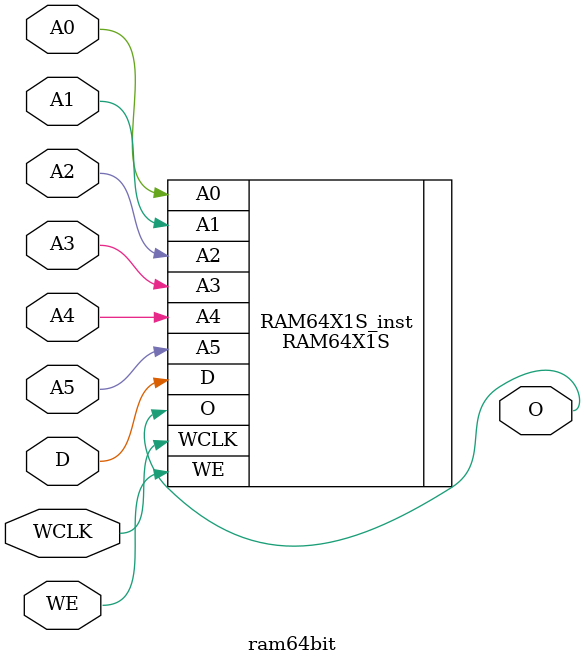
<source format=v>
`timescale 1ns / 1ps


//  <-----Cut code below this line---->

   // RAM16X1S_1: 16 x 1 negedge write distributed (LUT) RAM
   //             Spartan-3E
   // Xilinx HDL Language Template, version 14.7

module ram64bit(
  input WCLK, 
  input A0, 
  input A1, 
  input A2, 
  input A3, 
  input A4, 
  input A5,
  input D,
  input WE,
  
  output O
);


   // RAM64X1S: 64 x 1 positive edge write, asynchronous read single-port distributed RAM
   //           Spartan-3E
   // Xilinx HDL Language Template, version 14.7

   RAM64X1S #(
		.INIT(64'hF_E_D_C_B_A_9_8_7_6_5_4_3_2_1_0) // Initial contents of RAM
   ) RAM64X1S_inst (
      .O(O),        // 1-bit data output
      .A0(A0),      // Address[0] input bit
      .A1(A1),      // Address[1] input bit
      .A2(A2),      // Address[2] input bit
      .A3(A3),      // Address[3] input bit
      .A4(A4),      // Address[4] input bit
      .A5(A5),      // Address[5] input bit
      .D(D),        // 1-bit data input
      .WCLK(WCLK),  // Write clock input
      .WE(WE)       // Write enable input
   );

   // End of RAM64X1S_inst instantiation
endmodule							
</source>
